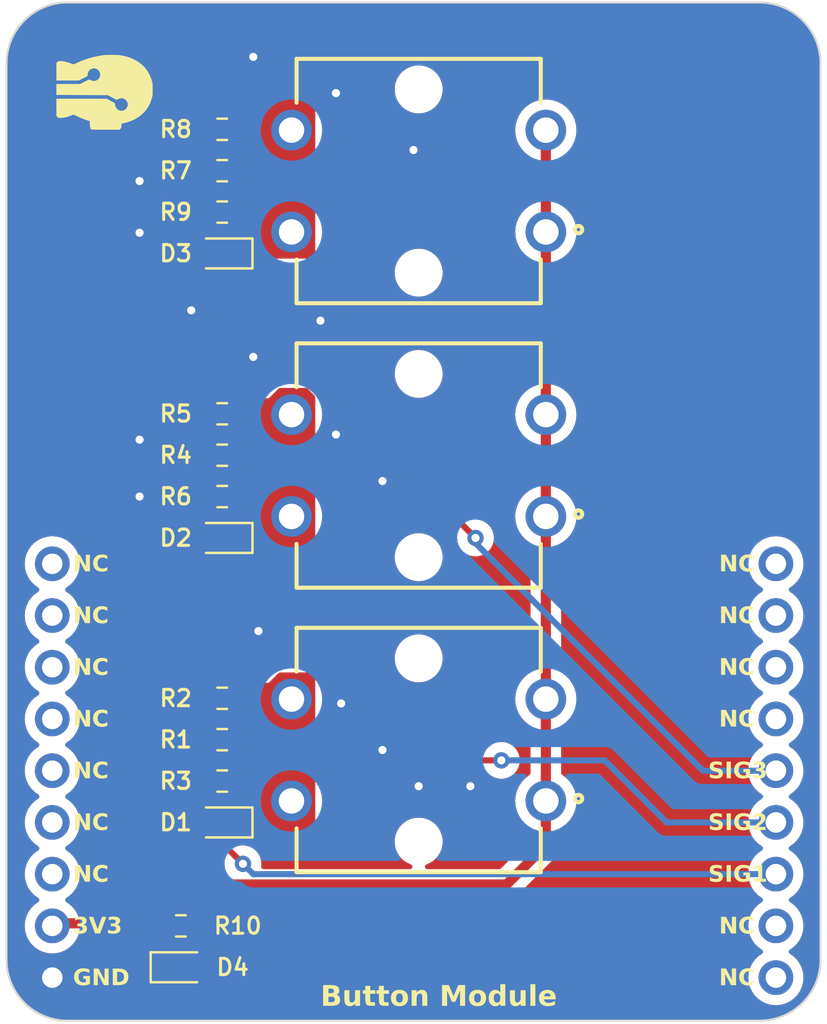
<source format=kicad_pcb>
(kicad_pcb (version 20221018) (generator pcbnew)
  (layers (0 "F.Cu" signal) (31 "B.Cu" signal) (34 "B.Paste" user) (35 "F.Paste" user) (36 "B.SilkS" user "B.Silkscreen") (37 "F.SilkS" user "F.Silkscreen") (38 "B.Mask" user) (39 "F.Mask" user) (44 "Edge.Cuts" user))
  (net 0 "")
  (net 1 "GND")
  (net 2 "Net-(D1-A)")
  (net 3 "Net-(D2-A)")
  (net 4 "Net-(D3-A)")
  (net 5 "Net-(D4-A)")
  (net 6 "Net-(S1-COM_2)")
  (net 7 "SIG1")
  (net 8 "Net-(S2-COM_2)")
  (net 9 "SIG2")
  (net 10 "Net-(S3-COM_2)")
  (net 11 "SIG3")
  (net 12 "+3V3")
  (footprint "LED_SMD:LED_0603_1608Metric" (layer "F.Cu") (at 67.818 88.646 180)
    (fp_text reference "D1" (at 2.286 0) (layer "F.SilkS") (effects (font (size 0.8 0.8) (thickness 0.15) bold)))
    (fp_text value "LED")
    (fp_line (start -1.485 -0.735) (end -1.485 0.735) (stroke (width 0.12)) (layer "F.SilkS"))
    (fp_line (start -1.485 0.735) (end 0.8 0.735) (stroke (width 0.12)) (layer "F.SilkS"))
    (fp_line (start 0.8 -0.735) (end -1.485 -0.735) (stroke (width 0.12)) (layer "F.SilkS"))
    (pad "1" smd roundrect (at -0.7875 0 180) (size 0.875 0.95) (layers "F.Cu" "F.Paste" "F.Mask") (net 1 "GND"))
    (pad "2" smd roundrect (at 0.7875 0 180) (size 0.875 0.95) (layers "F.Cu" "F.Paste" "F.Mask") (net 2 "Net-(D1-A)"))
  )
  (footprint "Resistor_SMD:R_0603_1608Metric" (layer "F.Cu") (at 67.818 58.674 180)
    (fp_text reference "R9" (at 2.286 0) (layer "F.SilkS") (effects (font (size 0.8 0.8) (thickness 0.15) bold)))
    (fp_text value "1k")
    (fp_line (start -0.237258 -0.5225) (end 0.237258 -0.5225) (stroke (width 0.12)) (layer "F.SilkS"))
    (fp_line (start -0.237258 0.5225) (end 0.237258 0.5225) (stroke (width 0.12)) (layer "F.SilkS"))
    (pad "1" smd roundrect (at -0.825 0 180) (size 0.8 0.95) (layers "F.Cu" "F.Paste" "F.Mask") (net 10 "Net-(S3-COM_2)"))
    (pad "2" smd roundrect (at 0.825 0 180) (size 0.8 0.95) (layers "F.Cu" "F.Paste" "F.Mask") (net 11 "SIG3"))
  )
  (footprint "Resistor_SMD:R_0603_1608Metric" (layer "F.Cu") (at 67.818 72.644 180)
    (fp_text reference "R6" (at 2.286 0) (layer "F.SilkS") (effects (font (size 0.8 0.8) (thickness 0.15) bold)))
    (fp_text value "1k")
    (fp_line (start -0.237258 -0.5225) (end 0.237258 -0.5225) (stroke (width 0.12)) (layer "F.SilkS"))
    (fp_line (start -0.237258 0.5225) (end 0.237258 0.5225) (stroke (width 0.12)) (layer "F.SilkS"))
    (pad "1" smd roundrect (at -0.825 0 180) (size 0.8 0.95) (layers "F.Cu" "F.Paste" "F.Mask") (net 8 "Net-(S2-COM_2)"))
    (pad "2" smd roundrect (at 0.825 0 180) (size 0.8 0.95) (layers "F.Cu" "F.Paste" "F.Mask") (net 9 "SIG2"))
  )
  (footprint "meminle:B3F-4055" (layer "F.Cu") (at 77.47 85.09)
    (fp_text reference "S1" hide)
    (fp_text value "B3F-5050" hide)
    (fp_line (start -6 -6) (end -6 -3.849) (stroke (width 0.2)) (layer "F.SilkS"))
    (fp_line (start -6 -6) (end 6 -6) (stroke (width 0.2)) (layer "F.SilkS"))
    (fp_line (start -6 6) (end -6 3.849) (stroke (width 0.2)) (layer "F.SilkS"))
    (fp_line (start 6 -6) (end 6 -3.849) (stroke (width 0.2)) (layer "F.SilkS"))
    (fp_line (start 6 6) (end -6 6) (stroke (width 0.2)) (layer "F.SilkS"))
    (fp_line (start 6 6) (end 6 3.849) (stroke (width 0.2)) (layer "F.SilkS"))
    (fp_circle (center 7.855 2.384) (end 7.855 2.466) (stroke (width 0.2)) (fill none) (layer "F.SilkS"))
    (pad "" np_thru_hole circle (at 0 -4.5) (size 1.85 1.85) (drill 1.85) (layers "*.Cu" "*.Mask"))
    (pad "" np_thru_hole circle (at 0 4.5) (size 1.85 1.85) (drill 1.85) (layers "*.Cu" "*.Mask"))
    (pad "1" thru_hole circle (at 6.25 2.5) (size 2 2) (drill 1.25) (layers "*.Cu" "*.Mask") (net 12 "+3V3"))
    (pad "2" thru_hole circle (at -6.25 2.5) (size 2 2) (drill 1.25) (layers "*.Cu" "*.Mask") (net 6 "Net-(S1-COM_2)"))
    (pad "3" thru_hole circle (at 6.25 -2.5) (size 2 2) (drill 1.25) (layers "*.Cu" "*.Mask") (net 12 "+3V3"))
    (pad "4" thru_hole circle (at -6.25 -2.5) (size 2 2) (drill 1.25) (layers "*.Cu" "*.Mask") (net 6 "Net-(S1-COM_2)"))
  )
  (footprint "LED_SMD:LED_0603_1608Metric" (layer "F.Cu") (at 67.818 60.706 180)
    (fp_text reference "D3" (at 2.286 0) (layer "F.SilkS") (effects (font (size 0.8 0.8) (thickness 0.15) bold)))
    (fp_text value "LED")
    (fp_line (start -1.485 -0.735) (end -1.485 0.735) (stroke (width 0.12)) (layer "F.SilkS"))
    (fp_line (start -1.485 0.735) (end 0.8 0.735) (stroke (width 0.12)) (layer "F.SilkS"))
    (fp_line (start 0.8 -0.735) (end -1.485 -0.735) (stroke (width 0.12)) (layer "F.SilkS"))
    (pad "1" smd roundrect (at -0.7875 0 180) (size 0.875 0.95) (layers "F.Cu" "F.Paste" "F.Mask") (net 1 "GND"))
    (pad "2" smd roundrect (at 0.7875 0 180) (size 0.875 0.95) (layers "F.Cu" "F.Paste" "F.Mask") (net 4 "Net-(D3-A)"))
  )
  (footprint "Resistor_SMD:R_0603_1608Metric" (layer "F.Cu") (at 65.786 93.726)
    (fp_text reference "R10" (at 2.794 0) (layer "F.SilkS") (effects (font (size 0.8 0.8) (thickness 0.15) bold)))
    (fp_text value "470r")
    (fp_line (start -0.237258 -0.5225) (end 0.237258 -0.5225) (stroke (width 0.12)) (layer "F.SilkS"))
    (fp_line (start -0.237258 0.5225) (end 0.237258 0.5225) (stroke (width 0.12)) (layer "F.SilkS"))
    (pad "1" smd roundrect (at -0.825 0) (size 0.8 0.95) (layers "F.Cu" "F.Paste" "F.Mask") (net 12 "+3V3"))
    (pad "2" smd roundrect (at 0.825 0) (size 0.8 0.95) (layers "F.Cu" "F.Paste" "F.Mask") (net 5 "Net-(D4-A)"))
  )
  (footprint "Resistor_SMD:R_0603_1608Metric" (layer "F.Cu") (at 67.818 56.642 180)
    (fp_text reference "R7" (at 2.286 0) (layer "F.SilkS") (effects (font (size 0.8 0.8) (thickness 0.15) bold)))
    (fp_text value "1k")
    (fp_line (start -0.237258 -0.5225) (end 0.237258 -0.5225) (stroke (width 0.12)) (layer "F.SilkS"))
    (fp_line (start -0.237258 0.5225) (end 0.237258 0.5225) (stroke (width 0.12)) (layer "F.SilkS"))
    (pad "1" smd roundrect (at -0.825 0 180) (size 0.8 0.95) (layers "F.Cu" "F.Paste" "F.Mask") (net 10 "Net-(S3-COM_2)"))
    (pad "2" smd roundrect (at 0.825 0 180) (size 0.8 0.95) (layers "F.Cu" "F.Paste" "F.Mask") (net 4 "Net-(D3-A)"))
  )
  (footprint "LED_SMD:LED_0603_1608Metric" (layer "F.Cu") (at 67.818 74.676 180)
    (fp_text reference "D2" (at 2.286 0) (layer "F.SilkS") (effects (font (size 0.8 0.8) (thickness 0.15) bold)))
    (fp_text value "LED")
    (fp_line (start -1.485 -0.735) (end -1.485 0.735) (stroke (width 0.12)) (layer "F.SilkS"))
    (fp_line (start -1.485 0.735) (end 0.8 0.735) (stroke (width 0.12)) (layer "F.SilkS"))
    (fp_line (start 0.8 -0.735) (end -1.485 -0.735) (stroke (width 0.12)) (layer "F.SilkS"))
    (pad "1" smd roundrect (at -0.7875 0 180) (size 0.875 0.95) (layers "F.Cu" "F.Paste" "F.Mask") (net 1 "GND"))
    (pad "2" smd roundrect (at 0.7875 0 180) (size 0.875 0.95) (layers "F.Cu" "F.Paste" "F.Mask") (net 3 "Net-(D2-A)"))
  )
  (footprint "meminle:B3F-4055" (layer "F.Cu") (at 77.47 57.15)
    (fp_text reference "S3" hide)
    (fp_text value "B3F-5050" hide)
    (fp_line (start -6 -6) (end -6 -3.849) (stroke (width 0.2)) (layer "F.SilkS"))
    (fp_line (start -6 -6) (end 6 -6) (stroke (width 0.2)) (layer "F.SilkS"))
    (fp_line (start -6 6) (end -6 3.849) (stroke (width 0.2)) (layer "F.SilkS"))
    (fp_line (start 6 -6) (end 6 -3.849) (stroke (width 0.2)) (layer "F.SilkS"))
    (fp_line (start 6 6) (end -6 6) (stroke (width 0.2)) (layer "F.SilkS"))
    (fp_line (start 6 6) (end 6 3.849) (stroke (width 0.2)) (layer "F.SilkS"))
    (fp_circle (center 7.855 2.384) (end 7.855 2.466) (stroke (width 0.2)) (fill none) (layer "F.SilkS"))
    (pad "" np_thru_hole circle (at 0 -4.5) (size 1.85 1.85) (drill 1.85) (layers "*.Cu" "*.Mask"))
    (pad "" np_thru_hole circle (at 0 4.5) (size 1.85 1.85) (drill 1.85) (layers "*.Cu" "*.Mask"))
    (pad "1" thru_hole circle (at 6.25 2.5) (size 2 2) (drill 1.25) (layers "*.Cu" "*.Mask") (net 12 "+3V3"))
    (pad "2" thru_hole circle (at -6.25 2.5) (size 2 2) (drill 1.25) (layers "*.Cu" "*.Mask") (net 10 "Net-(S3-COM_2)"))
    (pad "3" thru_hole circle (at 6.25 -2.5) (size 2 2) (drill 1.25) (layers "*.Cu" "*.Mask") (net 12 "+3V3"))
    (pad "4" thru_hole circle (at -6.25 -2.5) (size 2 2) (drill 1.25) (layers "*.Cu" "*.Mask") (net 10 "Net-(S3-COM_2)"))
  )
  (footprint "Resistor_SMD:R_0603_1608Metric" (layer "F.Cu") (at 67.818 70.612 180)
    (fp_text reference "R4" (at 2.286 0) (layer "F.SilkS") (effects (font (size 0.8 0.8) (thickness 0.15) bold)))
    (fp_text value "1k")
    (fp_line (start -0.237258 -0.5225) (end 0.237258 -0.5225) (stroke (width 0.12)) (layer "F.SilkS"))
    (fp_line (start -0.237258 0.5225) (end 0.237258 0.5225) (stroke (width 0.12)) (layer "F.SilkS"))
    (pad "1" smd roundrect (at -0.825 0 180) (size 0.8 0.95) (layers "F.Cu" "F.Paste" "F.Mask") (net 8 "Net-(S2-COM_2)"))
    (pad "2" smd roundrect (at 0.825 0 180) (size 0.8 0.95) (layers "F.Cu" "F.Paste" "F.Mask") (net 3 "Net-(D2-A)"))
  )
  (footprint "Resistor_SMD:R_0603_1608Metric" (layer "F.Cu") (at 67.818 54.61 180)
    (fp_text reference "R8" (at 2.286 0) (layer "F.SilkS") (effects (font (size 0.8 0.8) (thickness 0.15) bold)))
    (fp_text value "10k")
    (fp_line (start -0.237258 -0.5225) (end 0.237258 -0.5225) (stroke (width 0.12)) (layer "F.SilkS"))
    (fp_line (start -0.237258 0.5225) (end 0.237258 0.5225) (stroke (width 0.12)) (layer "F.SilkS"))
    (pad "1" smd roundrect (at -0.825 0 180) (size 0.8 0.95) (layers "F.Cu" "F.Paste" "F.Mask") (net 10 "Net-(S3-COM_2)"))
    (pad "2" smd roundrect (at 0.825 0 180) (size 0.8 0.95) (layers "F.Cu" "F.Paste" "F.Mask") (net 1 "GND"))
  )
  (footprint "Resistor_SMD:R_0603_1608Metric" (layer "F.Cu") (at 67.818 86.614 180)
    (fp_text reference "R3" (at 2.286 0) (layer "F.SilkS") (effects (font (size 0.8 0.8) (thickness 0.15) bold)))
    (fp_text value "1k")
    (fp_line (start -0.237258 -0.5225) (end 0.237258 -0.5225) (stroke (width 0.12)) (layer "F.SilkS"))
    (fp_line (start -0.237258 0.5225) (end 0.237258 0.5225) (stroke (width 0.12)) (layer "F.SilkS"))
    (pad "1" smd roundrect (at -0.825 0 180) (size 0.8 0.95) (layers "F.Cu" "F.Paste" "F.Mask") (net 6 "Net-(S1-COM_2)"))
    (pad "2" smd roundrect (at 0.825 0 180) (size 0.8 0.95) (layers "F.Cu" "F.Paste" "F.Mask") (net 7 "SIG1"))
  )
  (footprint "Resistor_SMD:R_0603_1608Metric" (layer "F.Cu") (at 67.818 84.582 180)
    (fp_text reference "R1" (at 2.286 0) (layer "F.SilkS") (effects (font (size 0.8 0.8) (thickness 0.15) bold)))
    (fp_text value "1k")
    (fp_line (start -0.237258 -0.5225) (end 0.237258 -0.5225) (stroke (width 0.12)) (layer "F.SilkS"))
    (fp_line (start -0.237258 0.5225) (end 0.237258 0.5225) (stroke (width 0.12)) (layer "F.SilkS"))
    (pad "1" smd roundrect (at -0.825 0 180) (size 0.8 0.95) (layers "F.Cu" "F.Paste" "F.Mask") (net 6 "Net-(S1-COM_2)"))
    (pad "2" smd roundrect (at 0.825 0 180) (size 0.8 0.95) (layers "F.Cu" "F.Paste" "F.Mask") (net 2 "Net-(D1-A)"))
  )
  (footprint "LED_SMD:LED_0603_1608Metric" (layer "F.Cu") (at 65.786 95.758)
    (fp_text reference "D4" (at 2.54 0) (layer "F.SilkS") (effects (font (size 0.8 0.8) (thickness 0.15) bold)))
    (fp_text value "LED")
    (fp_line (start -1.485 -0.735) (end -1.485 0.735) (stroke (width 0.12)) (layer "F.SilkS"))
    (fp_line (start -1.485 0.735) (end 0.8 0.735) (stroke (width 0.12)) (layer "F.SilkS"))
    (fp_line (start 0.8 -0.735) (end -1.485 -0.735) (stroke (width 0.12)) (layer "F.SilkS"))
    (pad "1" smd roundrect (at -0.7875 0) (size 0.875 0.95) (layers "F.Cu" "F.Paste" "F.Mask") (net 1 "GND"))
    (pad "2" smd roundrect (at 0.7875 0) (size 0.875 0.95) (layers "F.Cu" "F.Paste" "F.Mask") (net 5 "Net-(D4-A)"))
  )
  (footprint "Resistor_SMD:R_0603_1608Metric" (layer "F.Cu") (at 67.818 68.58 180)
    (fp_text reference "R5" (at 2.286 0) (layer "F.SilkS") (effects (font (size 0.8 0.8) (thickness 0.15) bold)))
    (fp_text value "10k")
    (fp_line (start -0.237258 -0.5225) (end 0.237258 -0.5225) (stroke (width 0.12)) (layer "F.SilkS"))
    (fp_line (start -0.237258 0.5225) (end 0.237258 0.5225) (stroke (width 0.12)) (layer "F.SilkS"))
    (pad "1" smd roundrect (at -0.825 0 180) (size 0.8 0.95) (layers "F.Cu" "F.Paste" "F.Mask") (net 8 "Net-(S2-COM_2)"))
    (pad "2" smd roundrect (at 0.825 0 180) (size 0.8 0.95) (layers "F.Cu" "F.Paste" "F.Mask") (net 1 "GND"))
  )
  (footprint "Resistor_SMD:R_0603_1608Metric" (layer "F.Cu") (at 67.818 82.55 180)
    (fp_text reference "R2" (at 2.286 0) (layer "F.SilkS") (effects (font (size 0.8 0.8) (thickness 0.15) bold)))
    (fp_text value "10k")
    (fp_line (start -0.237258 -0.5225) (end 0.237258 -0.5225) (stroke (width 0.12)) (layer "F.SilkS"))
    (fp_line (start -0.237258 0.5225) (end 0.237258 0.5225) (stroke (width 0.12)) (layer "F.SilkS"))
    (pad "1" smd roundrect (at -0.825 0 180) (size 0.8 0.95) (layers "F.Cu" "F.Paste" "F.Mask") (net 6 "Net-(S1-COM_2)"))
    (pad "2" smd roundrect (at 0.825 0 180) (size 0.8 0.95) (layers "F.Cu" "F.Paste" "F.Mask") (net 1 "GND"))
  )
  (footprint "Moduler_:pin_header_5-3" (layer "F.Cu") (at 77.47 93.554398)
    (fp_text reference "U1" hide)
    (fp_text value "~")
    (fp_text user "NC" (at -16.989366 -12.020398 unlocked) (layer "F.SilkS") (effects (font (size 0.8 0.8) (thickness 0.2) bold) (justify left bottom)))
    (fp_text user "NC" (at -16.989366 -17.100398 unlocked) (layer "F.SilkS") (effects (font (size 0.8 0.8) (thickness 0.2) bold) (justify left bottom)))
    (fp_text user "NC" (at 14.760634 -14.560398 unlocked) (layer "F.SilkS") (effects (font (size 0.8 0.8) (thickness 0.2) bold) (justify left bottom)))
    (fp_text user "NC" (at 14.760634 -17.100398 unlocked) (layer "F.SilkS") (effects (font (size 0.8 0.8) (thickness 0.2) bold) (justify left bottom)))
    (fp_text user "NC" (at 14.760634 -12.020398 unlocked) (layer "F.SilkS") (effects (font (size 0.8 0.8) (thickness 0.2) bold) (justify left bottom)))
    (fp_text user "NC" (at 14.760634 -14.560398 unlocked) (layer "F.SilkS") (effects (font (size 0.8 0.8) (thickness 0.2) bold) (justify left bottom)))
    (fp_text user "NC" (at 14.760634 -9.480398 unlocked) (layer "F.SilkS") (effects (font (size 0.8 0.8) (thickness 0.2) bold) (justify left bottom)))
    (fp_text user "NC" (at -16.989366 -9.480398 unlocked) (layer "F.SilkS") (effects (font (size 0.8 0.8) (thickness 0.2) bold) (justify left bottom)))
    (fp_text user "NC" (at -16.989366 -1.860398 unlocked) (layer "F.SilkS") (effects (font (size 0.8 0.8) (thickness 0.2) bold) (justify left bottom)))
    (fp_text user "3V3" (at -16.989366 0.679602 unlocked) (layer "F.SilkS") (effects (font (size 0.8 0.8) (thickness 0.2) bold) (justify left bottom)))
    (fp_text user "NC" (at 14.760634 -9.480398 unlocked) (layer "F.SilkS") (effects (font (size 0.8 0.8) (thickness 0.2) bold) (justify left bottom)))
    (fp_text user "GND" (at -16.989366 3.219602 unlocked) (layer "F.SilkS") (effects (font (size 0.8 0.8) (thickness 0.2) bold) (justify left bottom)))
    (fp_text user "NC" (at -16.989366 -4.400398 unlocked) (layer "F.SilkS") (effects (font (size 0.8 0.8) (thickness 0.2) bold) (justify left bottom)))
    (fp_text user "NC" (at 14.760634 3.219602 unlocked) (layer "F.SilkS") (effects (font (size 0.8 0.8) (thickness 0.2) bold) (justify left bottom)))
    (fp_text user "NC" (at -16.989366 -1.860398 unlocked) (layer "F.SilkS") (effects (font (size 0.8 0.8) (thickness 0.2) bold) (justify left bottom)))
    (fp_text user "NC" (at -16.989366 -14.560398 unlocked) (layer "F.SilkS") (effects (font (size 0.8 0.8) (thickness 0.2) bold) (justify left bottom)))
    (fp_text user "SIG1" (at 14.224 -1.860398 unlocked) (layer "F.SilkS") (effects (font (size 0.8 0.8) (thickness 0.2) bold) (justify left bottom)))
    (fp_text user "NC" (at 14.760634 0.679602 unlocked) (layer "F.SilkS") (effects (font (size 0.8 0.8) (thickness 0.2) bold) (justify left bottom)))
    (fp_text user "Button Module" (at -4.826 4.2672 unlocked) (layer "F.SilkS") (effects (font (thickness 0.2) bold) (justify left bottom)))
    (fp_text user "NC" (at -16.989366 -12.020398 unlocked) (layer "F.SilkS") (effects (font (size 0.8 0.8) (thickness 0.2) bold) (justify left bottom)))
    (fp_text user "NC" (at -16.989366 -6.940398 unlocked) (layer "F.SilkS") (effects (font (size 0.8 0.8) (thickness 0.2) bold) (justify left bottom)))
    (fp_text user "NC" (at -16.989366 -9.480398 unlocked) (layer "F.SilkS") (effects (font (size 0.8 0.8) (thickness 0.2) bold) (justify left bottom)))
    (fp_text user "NC" (at 14.760634 3.219602 unlocked) (layer "F.SilkS") (effects (font (size 0.8 0.8) (thickness 0.2) bold) (justify left bottom)))
    (fp_text user "SIG3" (at 14.224 -6.940398 unlocked) (layer "F.SilkS") (effects (font (size 0.8 0.8) (thickness 0.2) bold) (justify left bottom)))
    (fp_text user "NC" (at 14.760634 0.679602 unlocked) (layer "F.SilkS") (effects (font (size 0.8 0.8) (thickness 0.2) bold) (justify left bottom)))
    (fp_text user "NC" (at 14.760634 -17.100398 unlocked) (layer "F.SilkS") (effects (font (size 0.8 0.8) (thickness 0.2) bold) (justify left bottom)))
    (fp_text user "NC" (at 14.760634 -12.020398 unlocked) (layer "F.SilkS") (effects (font (size 0.8 0.8) (thickness 0.2) bold) (justify left bottom)))
    (fp_text user "NC" (at -16.989366 -14.560398 unlocked) (layer "F.SilkS") (effects (font (size 0.8 0.8) (thickness 0.2) bold) (justify left bottom)))
    (fp_text user "SIG2" (at 14.224 -4.400398 unlocked) (layer "F.SilkS") (effects (font (size 0.8 0.8) (thickness 0.2) bold) (justify left bottom)))
    (fp_poly (pts (xy -14.964948 -42.59564) (xy -14.839939 -42.591376) (xy -14.728002 -42.584611) (xy -14.636368 -42.575406) (xy -14.59729 -42.569334) (xy -14.408835 -42.52818) (xy -14.238897 -42.477164) (xy -14.074935 -42.412205) (xy -13.98497 -42.370142) (xy -13.781375 -42.254722) (xy -13.602687 -42.120028) (xy -13.448484 -41.965546) (xy -13.318344 -41.790762) (xy -13.211846 -41.595162) (xy -13.128566 -41.378231) (xy -13.105087 -41.298135) (xy -13.092325 -41.245951) (xy -13.083212 -41.193595) (xy -13.077172 -41.13421) (xy -13.07363 -41.060937) (xy -13.072011 -40.966919) (xy -13.071726 -40.900285) (xy -13.072037 -40.79517) (xy -13.073745 -40.714291) (xy -13.077539 -40.6503) (xy -13.084105 -40.59585) (xy -13.094132 -40.543593) (xy -13.108308 -40.48618) (xy -13.111653 -40.473611) (xy -13.18508 -40.258174) (xy -13.284729 -40.059603) (xy -13.409513 -39.878884) (xy -13.558344 -39.717001) (xy -13.730134 -39.574939) (xy -13.923797 -39.453684) (xy -14.138244 -39.35422) (xy -14.372388 -39.277532) (xy -14.454901 -39.257137) (xy -14.608913 -39.222012) (xy -14.608913 -39.12007) (xy -14.610453 -39.061996) (xy -14.617385 -39.02434) (xy -14.633173 -38.995987) (xy -14.655086 -38.971955) (xy -14.701259 -38.925782) (xy -15.377754 -38.926263) (xy -15.57292 -38.92681) (xy -15.736554 -38.928153) (xy -15.868702 -38.930293) (xy -15.969413 -38.933232) (xy -16.038737 -38.93697) (xy -16.07672 -38.941508) (xy -16.083372 -38.943672) (xy -16.119071 -38.981352) (xy -16.142907 -39.046447) (xy -16.15511 -39.139775) (xy -16.156948 -39.205654) (xy -16.156973 -39.344377) (xy -16.356689 -39.411973) (xy -16.452979 -39.44688) (xy -16.56306 -39.490427) (xy -16.67264 -39.536785) (xy -16.758486 -39.57584) (xy -16.960568 -39.672111) (xy -17.104424 -39.613868) (xy -17.29363 -39.549611) (xy -17.475023 -39.513704) (xy -17.59158 -39.505114) (xy -17.651934 -39.504424) (xy -17.690315 -39.507859) (xy -17.716315 -39.518312) (xy -17.739529 -39.538676) (xy -17.753489 -39.553923) (xy -17.799709 -39.60551) (xy -17.799709 -40.023855) (xy -17.799709 -40.4422) (xy -16.566292 -40.4422) (xy -15.332876 -40.4422) (xy -15.123167 -40.33152) (xy -15.042206 -40.288362) (xy -14.985432 -40.256559) (xy -14.948859 -40.233177) (xy -14.9285 -40.215282) (xy -14.920369 -40.199939) (xy -14.920477 -40.184212) (xy -14.920779 -40.182551) (xy -14.919126 -40.129426) (xy -14.900602 -40.064598) (xy -14.869766 -39.999573) (xy -14.831176 -39.945859) (xy -14.824128 -39.938636) (xy -14.775593 -39.902465) (xy -14.71601 -39.872035) (xy -14.694165 -39.864218) (xy -14.600411 -39.850325) (xy -14.512748 -39.86381) (xy -14.434875 -39.900584) (xy -14.370492 -39.956557) (xy -14.323298 -40.027642) (xy -14.296993 -40.109749) (xy -14.295277 -40.198789) (xy -14.31744 -40.280583) (xy -14.368073 -40.364942) (xy -14.437136 -40.426145) (xy -14.519955 -40.462586) (xy -14.61186 -40.472658) (xy -14.708177 -40.454756) (xy -14.760418 -40.432872) (xy -14.841296 -40.391952) (xy -15.06077 -40.507903) (xy -15.280244 -40.623855) (xy -16.539976 -40.628169) (xy -17.799709 -40.632484) (xy -17.799709 -40.900651) (xy -17.799709 -41.168817) (xy -17.215474 -41.168817) (xy -16.631239 -41.168817) (xy -16.403006 -41.287441) (xy -16.304994 -41.336959) (xy -16.232201 -41.37056) (xy -16.18516 -41.388016) (xy -16.16441 -41.389102) (xy -16.163899 -41.38847) (xy -16.143735 -41.371612) (xy -16.105779 -41.34989) (xy -16.087841 -41.341276) (xy -15.99671 -41.315146) (xy -15.908046 -41.317018) (xy -15.826016 -41.343347) (xy -15.754786 -41.390587) (xy -15.698523 -41.455196) (xy -15.661394 -41.533626) (xy -15.647566 -41.622335) (xy -15.658165 -41.7068) (xy -15.695455 -41.793465) (xy -15.754566 -41.862785) (xy -15.829798 -41.911862) (xy -15.915453 -41.937799) (xy -16.005831 -41.937697) (xy -16.074285 -41.918374) (xy -16.15913 -41.868236) (xy -16.219566 -41.79851) (xy -16.25621 -41.708317) (xy -16.266904 -41.645331) (xy -16.275393 -41.561086) (xy -16.487611 -41.45183) (xy -16.699829 -41.342573) (xy -17.249769 -41.342573) (xy -17.799709 -41.342573) (xy -17.799709 -41.770281) (xy -17.799709 -42.197989) (xy -17.753536 -42.244162) (xy -17.726807 -42.268265) (xy -17.70041 -42.282091) (xy -17.664518 -42.288428) (xy -17.609302 -42.29006) (xy -17.591627 -42.29006) (xy -17.4445 -42.27942) (xy -17.293194 -42.247123) (xy -17.130273 -42.191561) (xy -17.12262 -42.188517) (xy -17.059513 -42.164138) (xy -17.006102 -42.145103) (xy -16.970061 -42.13407) (xy -16.960518 -42.132374) (xy -16.938698 -42.139035) (xy -16.894805 -42.157225) (xy -16.834976 -42.184255) (xy -16.765349 -42.217438) (xy -16.757128 -42.221459) (xy -16.533364 -42.319237) (xy -16.283016 -42.406562) (xy -16.009661 -42.482394) (xy -15.71687 -42.545696) (xy -15.53298 -42.577288) (xy -15.451078 -42.586453) (xy -15.346093 -42.592809) (xy -15.225256 -42.596418) (xy -15.095797 -42.597341)) (fill solid) (layer "F.SilkS"))
    (fp_poly (pts (xy -14.964948 -42.59564) (xy -14.839939 -42.591376) (xy -14.728002 -42.584611) (xy -14.636368 -42.575406) (xy -14.59729 -42.569334) (xy -14.408835 -42.52818) (xy -14.238897 -42.477164) (xy -14.074935 -42.412205) (xy -13.98497 -42.370142) (xy -13.781375 -42.254722) (xy -13.602687 -42.120028) (xy -13.448484 -41.965546) (xy -13.318344 -41.790762) (xy -13.211846 -41.595162) (xy -13.128566 -41.378231) (xy -13.105087 -41.298135) (xy -13.092325 -41.245951) (xy -13.083212 -41.193595) (xy -13.077172 -41.13421) (xy -13.07363 -41.060937) (xy -13.072011 -40.966919) (xy -13.071726 -40.900285) (xy -13.072037 -40.79517) (xy -13.073745 -40.714291) (xy -13.077539 -40.6503) (xy -13.084105 -40.59585) (xy -13.094132 -40.543593) (xy -13.108308 -40.48618) (xy -13.111653 -40.473611) (xy -13.18508 -40.258174) (xy -13.284729 -40.059603) (xy -13.409513 -39.878884) (xy -13.558344 -39.717001) (xy -13.730134 -39.574939) (xy -13.923797 -39.453684) (xy -14.138244 -39.35422) (xy -14.372388 -39.277532) (xy -14.454901 -39.257137) (xy -14.608913 -39.222012) (xy -14.608913 -39.12007) (xy -14.610453 -39.061996) (xy -14.617385 -39.02434) (xy -14.633173 -38.995987) (xy -14.655086 -38.971955) (xy -14.701259 -38.925782) (xy -15.377754 -38.926263) (xy -15.57292 -38.92681) (xy -15.736554 -38.928153) (xy -15.868702 -38.930293) (xy -15.969413 -38.933232) (xy -16.038737 -38.93697) (xy -16.07672 -38.941508) (xy -16.083372 -38.943672) (xy -16.119071 -38.981352) (xy -16.142907 -39.046447) (xy -16.15511 -39.139775) (xy -16.156948 -39.205654) (xy -16.156973 -39.344377) (xy -16.356689 -39.411973) (xy -16.452979 -39.44688) (xy -16.56306 -39.490427) (xy -16.67264 -39.536785) (xy -16.758486 -39.57584) (xy -16.960568 -39.672111) (xy -17.104424 -39.613868) (xy -17.29363 -39.549611) (xy -17.475023 -39.513704) (xy -17.59158 -39.505114) (xy -17.651934 -39.504424) (xy -17.690315 -39.507859) (xy -17.716315 -39.518312) (xy -17.739529 -39.538676) (xy -17.753489 -39.553923) (xy -17.799709 -39.60551) (xy -17.799709 -40.023855) (xy -17.799709 -40.4422) (xy -16.566292 -40.4422) (xy -15.332876 -40.4422) (xy -15.123167 -40.33152) (xy -15.042206 -40.288362) (xy -14.985432 -40.256559) (xy -14.948859 -40.233177) (xy -14.9285 -40.215282) (xy -14.920369 -40.199939) (xy -14.920477 -40.184212) (xy -14.920779 -40.182551) (xy -14.919126 -40.129426) (xy -14.900602 -40.064598) (xy -14.869766 -39.999573) (xy -14.831176 -39.945859) (xy -14.824128 -39.938636) (xy -14.775593 -39.902465) (xy -14.71601 -39.872035) (xy -14.694165 -39.864218) (xy -14.600411 -39.850325) (xy -14.512748 -39.86381) (xy -14.434875 -39.900584) (xy -14.370492 -39.956557) (xy -14.323298 -40.027642) (xy -14.296993 -40.109749) (xy -14.295277 -40.198789) (xy -14.31744 -40.280583) (xy -14.368073 -40.364942) (xy -14.437136 -40.426145) (xy -14.519955 -40.462586) (xy -14.61186 -40.472658) (xy -14.708177 -40.454756) (xy -14.760418 -40.432872) (xy -14.841296 -40.391952) (xy -15.06077 -40.507903) (xy -15.280244 -40.623855) (xy -16.539976 -40.628169) (xy -17.799709 -40.632484) (xy -17.799709 -40.900651) (xy -17.799709 -41.168817) (xy -17.215474 -41.168817) (xy -16.631239 -41.168817) (xy -16.403006 -41.287441) (xy -16.304994 -41.336959) (xy -16.232201 -41.37056) (xy -16.18516 -41.388016) (xy -16.16441 -41.389102) (xy -16.163899 -41.38847) (xy -16.143735 -41.371612) (xy -16.105779 -41.34989) (xy -16.087841 -41.341276) (xy -15.99671 -41.315146) (xy -15.908046 -41.317018) (xy -15.826016 -41.343347) (xy -15.754786 -41.390587) (xy -15.698523 -41.455196) (xy -15.661394 -41.533626) (xy -15.647566 -41.622335) (xy -15.658165 -41.7068) (xy -15.695455 -41.793465) (xy -15.754566 -41.862785) (xy -15.829798 -41.911862) (xy -15.915453 -41.937799) (xy -16.005831 -41.937697) (xy -16.074285 -41.918374) (xy -16.15913 -41.868236) (xy -16.219566 -41.79851) (xy -16.25621 -41.708317) (xy -16.266904 -41.645331) (xy -16.275393 -41.561086) (xy -16.487611 -41.45183) (xy -16.699829 -41.342573) (xy -17.249769 -41.342573) (xy -17.799709 -41.342573) (xy -17.799709 -41.770281) (xy -17.799709 -42.197989) (xy -17.753536 -42.244162) (xy -17.726807 -42.268265) (xy -17.70041 -42.282091) (xy -17.664518 -42.288428) (xy -17.609302 -42.29006) (xy -17.591627 -42.29006) (xy -17.4445 -42.27942) (xy -17.293194 -42.247123) (xy -17.130273 -42.191561) (xy -17.12262 -42.188517) (xy -17.059513 -42.164138) (xy -17.006102 -42.145103) (xy -16.970061 -42.13407) (xy -16.960518 -42.132374) (xy -16.938698 -42.139035) (xy -16.894805 -42.157225) (xy -16.834976 -42.184255) (xy -16.765349 -42.217438) (xy -16.757128 -42.221459) (xy -16.533364 -42.319237) (xy -16.283016 -42.406562) (xy -16.009661 -42.482394) (xy -15.71687 -42.545696) (xy -15.53298 -42.577288) (xy -15.451078 -42.586453) (xy -15.346093 -42.592809) (xy -15.225256 -42.596418) (xy -15.095797 -42.597341)) (fill solid) (layer "F.SilkS"))
    (fp_poly (pts (xy 16.900627 -45.167331) (xy 17.052893 -45.155752) (xy 17.202945 -45.136684) (xy 17.350595 -45.110314) (xy 17.495655 -45.076832) (xy 17.637935 -45.036427) (xy 17.777248 -44.989285) (xy 17.913406 -44.935597) (xy 18.046219 -44.875549) (xy 18.175499 -44.809331) (xy 18.301059 -44.737131) (xy 18.422709 -44.659137) (xy 18.540262 -44.575539) (xy 18.653528 -44.486523) (xy 18.76232 -44.392279) (xy 18.866449 -44.292995) (xy 18.965726 -44.188859) (xy 19.059964 -44.08006) (xy 19.148974 -43.966786) (xy 19.232568 -43.849226) (xy 19.310556 -43.727568) (xy 19.382751 -43.602) (xy 19.448965 -43.472711) (xy 19.509009 -43.339889) (xy 19.562694 -43.203722) (xy 19.609832 -43.0644) (xy 19.650235 -42.92211) (xy 19.683715 -42.777041) (xy 19.710083 -42.629381) (xy 19.72915 -42.479318) (xy 19.740728 -42.327042) (xy 19.74463 -42.172739) (xy 19.74463 1.827506) (xy 19.740728 1.981809) (xy 19.72915 2.134085) (xy 19.710083 2.284148) (xy 19.683715 2.431808) (xy 19.650235 2.576877) (xy 19.609832 2.719168) (xy 19.562694 2.85849) (xy 19.509009 2.994656) (xy 19.448965 3.127478) (xy 19.382751 3.256767) (xy 19.310556 3.382335) (xy 19.232568 3.503994) (xy 19.148974 3.621554) (xy 19.059964 3.734828) (xy 18.965726 3.843627) (xy 18.866449 3.947762) (xy 18.76232 4.047046) (xy 18.653528 4.14129) (xy 18.540262 4.230306) (xy 18.422709 4.313905) (xy 18.301059 4.391898) (xy 18.175499 4.464098) (xy 18.046219 4.530316) (xy 17.913406 4.590363) (xy 17.777248 4.644052) (xy 17.637935 4.691193) (xy 17.495655 4.731599) (xy 17.350595 4.765081) (xy 17.202945 4.79145) (xy 17.052893 4.810519) (xy 16.900627 4.822098) (xy 16.746335 4.826) (xy -17.254335 4.826) (xy -17.408626 4.822098) (xy -17.560893 4.810519) (xy -17.710945 4.79145) (xy -17.858596 4.765081) (xy -18.003655 4.731599) (xy -18.145936 4.691193) (xy -18.285249 4.644052) (xy -18.421406 4.590363) (xy -18.55422 4.530316) (xy -18.6835 4.464098) (xy -18.80906 4.391898) (xy -18.93071 4.313905) (xy -19.048262 4.230306) (xy -19.161529 4.14129) (xy -19.270321 4.047046) (xy -19.374449 3.947762) (xy -19.473727 3.843627) (xy -19.567965 3.734828) (xy -19.656975 3.621554) (xy -19.740568 3.503994) (xy -19.818556 3.382335) (xy -19.890752 3.256767) (xy -19.956965 3.127478) (xy -20.017009 2.994656) (xy -20.070694 2.85849) (xy -20.117832 2.719168) (xy -20.158235 2.576877) (xy -20.191715 2.431808) (xy -20.218083 2.284148) (xy -20.23715 2.134085) (xy -20.248728 1.981809) (xy -20.25263 1.827506) (xy -20.25263 -42.172739) (xy -20.248728 -42.327042) (xy -20.23715 -42.479318) (xy -20.218083 -42.629381) (xy -20.191715 -42.777041) (xy -20.158235 -42.92211) (xy -20.117832 -43.0644) (xy -20.070694 -43.203722) (xy -20.017009 -43.339889) (xy -19.956965 -43.472711) (xy -19.890752 -43.602) (xy -19.818556 -43.727568) (xy -19.740568 -43.849226) (xy -19.656975 -43.966786) (xy -19.567965 -44.08006) (xy -19.473727 -44.188859) (xy -19.374449 -44.292995) (xy -19.270321 -44.392279) (xy -19.161529 -44.486523) (xy -19.048262 -44.575539) (xy -18.93071 -44.659137) (xy -18.80906 -44.737131) (xy -18.6835 -44.809331) (xy -18.55422 -44.875549) (xy -18.421406 -44.935597) (xy -18.285249 -44.989285) (xy -18.145936 -45.036427) (xy -18.003655 -45.076832) (xy -17.858596 -45.110314) (xy -17.710945 -45.136684) (xy -17.560893 -45.155752) (xy -17.408626 -45.167331) (xy -17.254335 -45.171233) (xy 16.746335 -45.171233)) (stroke (width 0.1)) (fill none) (layer "Edge.Cuts"))
    (pad "1" thru_hole oval (at -18.005366 -17.608398) (size 1.7 1.7) (drill 1) (layers "*.Cu" "*.Mask"))
    (pad "1" thru_hole oval (at -18.005366 -17.608398) (size 1.7 1.7) (drill 1) (layers "*.Cu" "*.Mask"))
    (pad "2" thru_hole oval (at -18.005366 -15.068398) (size 1.7 1.7) (drill 1) (layers "*.Cu" "*.Mask"))
    (pad "2" thru_hole oval (at -18.005366 -15.068398) (size 1.7 1.7) (drill 1) (layers "*.Cu" "*.Mask"))
    (pad "3" thru_hole oval (at -18.005366 -12.528398) (size 1.7 1.7) (drill 1) (layers "*.Cu" "*.Mask"))
    (pad "3" thru_hole oval (at -18.005366 -12.528398) (size 1.7 1.7) (drill 1) (layers "*.Cu" "*.Mask"))
    (pad "4" thru_hole oval (at -18.005366 -9.988398) (size 1.7 1.7) (drill 1) (layers "*.Cu" "*.Mask"))
    (pad "4" thru_hole oval (at -18.005366 -9.988398) (size 1.7 1.7) (drill 1) (layers "*.Cu" "*.Mask"))
    (pad "5" thru_hole oval (at -18.005366 -7.448398) (size 1.7 1.7) (drill 1) (layers "*.Cu" "*.Mask"))
    (pad "5" thru_hole oval (at -18.005366 -7.448398) (size 1.7 1.7) (drill 1) (layers "*.Cu" "*.Mask"))
    (pad "6" thru_hole oval (at -18.005366 -4.908398) (size 1.7 1.7) (drill 1) (layers "*.Cu" "*.Mask"))
    (pad "6" thru_hole oval (at -18.005366 -4.908398) (size 1.7 1.7) (drill 1) (layers "*.Cu" "*.Mask"))
    (pad "7" thru_hole oval (at -18.005366 -2.368398) (size 1.7 1.7) (drill 1) (layers "*.Cu" "*.Mask"))
    (pad "7" thru_hole oval (at -18.005366 -2.368398) (size 1.7 1.7) (drill 1) (layers "*.Cu" "*.Mask"))
    (pad "8" thru_hole oval (at -18.005366 0.171602) (size 1.7 1.7) (drill 1) (layers "*.Cu" "*.Mask") (net 12 "+3V3"))
    (pad "8" thru_hole oval (at -18.005366 0.171602) (size 1.7 1.7) (drill 1) (layers "*.Cu" "*.Mask") (net 12 "+3V3"))
    (pad "9" thru_hole oval (at -18.005366 2.711602) (size 1.7 1.7) (drill 1) (layers "*.Cu" "*.Mask") (net 1 "GND"))
    (pad "9" thru_hole oval (at -18.005366 2.711602) (size 1.7 1.7) (drill 1) (layers "*.Cu" "*.Mask") (net 1 "GND"))
    (pad "10" thru_hole oval (at 17.554634 2.711602) (size 1.7 1.7) (drill 1) (layers "*.Cu" "*.Mask"))
    (pad "10" thru_hole oval (at 17.554634 2.711602) (size 1.7 1.7) (drill 1) (layers "*.Cu" "*.Mask"))
    (pad "11" thru_hole oval (at 17.554634 0.171602) (size 1.7 1.7) (drill 1) (layers "*.Cu" "*.Mask"))
    (pad "11" thru_hole oval (at 17.554634 0.171602) (size 1.7 1.7) (drill 1) (layers "*.Cu" "*.Mask"))
    (pad "12" thru_hole oval (at 17.554634 -2.368398) (size 1.7 1.7) (drill 1) (layers "*.Cu" "*.Mask") (net 7 "SIG1"))
    (pad "12" thru_hole oval (at 17.554634 -2.368398) (size 1.7 1.7) (drill 1) (layers "*.Cu" "*.Mask") (net 7 "SIG1"))
    (pad "13" thru_hole oval (at 17.554634 -4.908398) (size 1.7 1.7) (drill 1) (layers "*.Cu" "*.Mask") (net 9 "SIG2"))
    (pad "13" thru_hole oval (at 17.554634 -4.908398) (size 1.7 1.7) (drill 1) (layers "*.Cu" "*.Mask") (net 9 "SIG2"))
    (pad "14" thru_hole oval (at 17.554634 -7.448398) (size 1.7 1.7) (drill 1) (layers "*.Cu" "*.Mask") (net 11 "SIG3"))
    (pad "14" thru_hole oval (at 17.554634 -7.448398) (size 1.7 1.7) (drill 1) (layers "*.Cu" "*.Mask") (net 11 "SIG3"))
    (pad "15" thru_hole oval (at 17.554634 -9.988398) (size 1.7 1.7) (drill 1) (layers "*.Cu" "*.Mask"))
    (pad "15" thru_hole oval (at 17.554634 -9.988398) (size 1.7 1.7) (drill 1) (layers "*.Cu" "*.Mask"))
    (pad "16" thru_hole oval (at 17.554634 -12.528398) (size 1.7 1.7) (drill 1) (layers "*.Cu" "*.Mask"))
    (pad "16" thru_hole oval (at 17.554634 -12.528398) (size 1.7 1.7) (drill 1) (layers "*.Cu" "*.Mask"))
    (pad "17" thru_hole oval (at 17.554634 -15.068398) (size 1.7 1.7) (drill 1) (layers "*.Cu" "*.Mask"))
    (pad "17" thru_hole oval (at 17.554634 -15.068398) (size 1.7 1.7) (drill 1) (layers "*.Cu" "*.Mask"))
    (pad "18" thru_hole oval (at 17.554634 -17.608398) (size 1.7 1.7) (drill 1) (layers "*.Cu" "*.Mask"))
    (pad "18" thru_hole oval (at 17.554634 -17.608398) (size 1.7 1.7) (drill 1) (layers "*.Cu" "*.Mask"))
  )
  (footprint "meminle:B3F-4055" (layer "F.Cu") (at 77.47 71.12)
    (fp_text reference "S2" hide)
    (fp_text value "B3F-5050" hide)
    (fp_line (start -6 -6) (end -6 -3.849) (stroke (width 0.2)) (layer "F.SilkS"))
    (fp_line (start -6 -6) (end 6 -6) (stroke (width 0.2)) (layer "F.SilkS"))
    (fp_line (start -6 6) (end -6 3.849) (stroke (width 0.2)) (layer "F.SilkS"))
    (fp_line (start 6 -6) (end 6 -3.849) (stroke (width 0.2)) (layer "F.SilkS"))
    (fp_line (start 6 6) (end -6 6) (stroke (width 0.2)) (layer "F.SilkS"))
    (fp_line (start 6 6) (end 6 3.849) (stroke (width 0.2)) (layer "F.SilkS"))
    (fp_circle (center 7.855 2.384) (end 7.855 2.466) (stroke (width 0.2)) (fill none) (layer "F.SilkS"))
    (pad "" np_thru_hole circle (at 0 -4.5) (size 1.85 1.85) (drill 1.85) (layers "*.Cu" "*.Mask"))
    (pad "" np_thru_hole circle (at 0 4.5) (size 1.85 1.85) (drill 1.85) (layers "*.Cu" "*.Mask"))
    (pad "1" thru_hole circle (at 6.25 2.5) (size 2 2) (drill 1.25) (layers "*.Cu" "*.Mask") (net 12 "+3V3"))
    (pad "2" thru_hole circle (at -6.25 2.5) (size 2 2) (drill 1.25) (layers "*.Cu" "*.Mask") (net 8 "Net-(S2-COM_2)"))
    (pad "3" thru_hole circle (at 6.25 -2.5) (size 2 2) (drill 1.25) (layers "*.Cu" "*.Mask") (net 12 "+3V3"))
    (pad "4" thru_hole circle (at -6.25 -2.5) (size 2 2) (drill 1.25) (layers "*.Cu" "*.Mask") (net 8 "Net-(S2-COM_2)"))
  )
  (via (at 69.596 79.248) (size 0.8) (drill 0.4) (layers "F.Cu" "B.Cu") (net 1))
  (via (at 63.754 57.15) (size 0.8) (drill 0.4) (layers "F.Cu" "B.Cu") (net 1))
  (via (at 77.216 55.626) (size 0.8) (drill 0.4) (layers "F.Cu" "B.Cu") (net 1))
  (via (at 63.754 72.644) (size 0.8) (drill 0.4) (layers "F.Cu" "B.Cu") (net 1))
  (via (at 69.342 51.054) (size 0.8) (drill 0.4) (layers "F.Cu" "B.Cu") (net 1))
  (via (at 73.406 52.832) (size 0.8) (drill 0.4) (layers "F.Cu" "B.Cu") (net 1))
  (via (at 69.342 65.786) (size 0.8) (drill 0.4) (layers "F.Cu" "B.Cu") (net 1))
  (via (at 75.692 85.09) (size 0.8) (drill 0.4) (layers "F.Cu" "B.Cu") (net 1))
  (via (at 80.01 86.868) (size 0.8) (drill 0.4) (layers "F.Cu" "B.Cu") (net 1))
  (via (at 73.406 69.596) (size 0.8) (drill 0.4) (layers "F.Cu" "B.Cu") (net 1))
  (via (at 73.66 82.804) (size 0.8) (drill 0.4) (layers "F.Cu" "B.Cu") (net 1))
  (via (at 63.754 59.69) (size 0.8) (drill 0.4) (layers "F.Cu" "B.Cu") (net 1))
  (via (at 66.294 63.5) (size 0.8) (drill 0.4) (layers "F.Cu" "B.Cu") (net 1))
  (via (at 72.644 64.008) (size 0.8) (drill 0.4) (layers "F.Cu" "B.Cu") (net 1))
  (via (at 63.754 69.85) (size 0.8) (drill 0.4) (layers "F.Cu" "B.Cu") (net 1))
  (via (at 75.692 71.882) (size 0.8) (drill 0.4) (layers "F.Cu" "B.Cu") (net 1))
  (via (at 77.47 86.868) (size 0.8) (drill 0.4) (layers "F.Cu" "B.Cu") (net 1))
  (segment (start 66.993 84.582) (end 66.294 84.582) (width 0.3) (layer "F.Cu") (net 2))
  (segment (start 66.294 88.646) (end 65.786 88.138) (width 0.3) (layer "F.Cu") (net 2))
  (segment (start 66.294 84.582) (end 65.786 85.09) (width 0.3) (layer "F.Cu") (net 2))
  (segment (start 67.0305 88.646) (end 66.294 88.646) (width 0.3) (layer "F.Cu") (net 2))
  (segment (start 65.786 88.138) (end 65.786 85.09) (width 0.3) (layer "F.Cu") (net 2))
  (segment (start 66.993 70.612) (end 66.04 70.612) (width 0.3) (layer "F.Cu") (net 3))
  (segment (start 66.04 70.612) (end 65.532 71.12) (width 0.3) (layer "F.Cu") (net 3))
  (segment (start 66.04 74.676) (end 67.0305 74.676) (width 0.3) (layer "F.Cu") (net 3))
  (segment (start 65.532 74.168) (end 66.04 74.676) (width 0.3) (layer "F.Cu") (net 3))
  (segment (start 65.532 71.12) (end 65.532 74.168) (width 0.3) (layer "F.Cu") (net 3))
  (segment (start 65.786 57.15) (end 65.786 60.198) (width 0.3) (layer "F.Cu") (net 4))
  (segment (start 66.294 60.706) (end 67.0305 60.706) (width 0.3) (layer "F.Cu") (net 4))
  (segment (start 66.993 56.642) (end 66.294 56.642) (width 0.3) (layer "F.Cu") (net 4))
  (segment (start 65.786 60.198) (end 66.294 60.706) (width 0.3) (layer "F.Cu") (net 4))
  (segment (start 66.294 56.642) (end 65.786 57.15) (width 0.3) (layer "F.Cu") (net 4))
  (segment (start 66.611 93.726) (end 66.611 95.7205) (width 0.5) (layer "F.Cu") (net 5))
  (segment (start 66.611 95.7205) (end 66.5735 95.758) (width 0.5) (layer "F.Cu") (net 5))
  (segment (start 70.244 86.614) (end 71.22 87.59) (width 0.3) (layer "F.Cu") (net 6))
  (segment (start 68.643 86.614) (end 70.244 86.614) (width 0.3) (layer "F.Cu") (net 6))
  (segment (start 68.643 82.4832) (end 68.643 86.5472) (width 0.3) (layer "F.Cu") (net 6))
  (segment (start 68.7902 82.336) (end 68.643 82.4832) (width 0.3) (layer "F.Cu") (net 6))
  (segment (start 71.22 82.336) (end 68.7902 82.336) (width 0.3) (layer "F.Cu") (net 6))
  (segment (start 67.818 87.439) (end 67.818 89.662) (width 0.3) (layer "F.Cu") (net 7))
  (segment (start 66.993 86.614) (end 67.818 87.439) (width 0.3) (layer "F.Cu") (net 7))
  (segment (start 67.818 89.662) (end 68.834 90.678) (width 0.3) (layer "F.Cu") (net 7))
  (via (at 68.834 90.678) (size 0.8) (drill 0.4) (layers "F.Cu" "B.Cu") (net 7))
  (segment (start 69.342 91.186) (end 95.024634 91.186) (width 0.3) (layer "B.Cu") (net 7))
  (segment (start 68.834 90.678) (end 69.342 91.186) (width 0.3) (layer "B.Cu") (net 7))
  (segment (start 68.643 68.58) (end 68.643 72.644) (width 0.3) (layer "F.Cu") (net 8))
  (segment (start 68.643 72.644) (end 70.244 72.644) (width 0.3) (layer "F.Cu") (net 8))
  (segment (start 68.7418 68.62) (end 68.643 68.5212) (width 0.3) (layer "F.Cu") (net 8))
  (segment (start 71.22 68.62) (end 68.7418 68.62) (width 0.3) (layer "F.Cu") (net 8))
  (segment (start 70.244 72.644) (end 71.22 73.62) (width 0.3) (layer "F.Cu") (net 8))
  (segment (start 66.993 72.644) (end 67.818 73.469) (width 0.3) (layer "F.Cu") (net 9))
  (segment (start 78.248166 85.598) (end 81.534 85.598) (width 0.3) (layer "F.Cu") (net 9))
  (segment (start 67.818 73.469) (end 67.818 75.167834) (width 0.3) (layer "F.Cu") (net 9))
  (segment (start 67.818 75.167834) (end 78.248166 85.598) (width 0.3) (layer "F.Cu") (net 9))
  (via (at 81.534 85.598) (size 0.8) (drill 0.4) (layers "F.Cu" "B.Cu") (net 9))
  (segment (start 81.534 85.598) (end 86.614 85.598) (width 0.3) (layer "B.Cu") (net 9))
  (segment (start 89.662 88.646) (end 95.024634 88.646) (width 0.3) (layer "B.Cu") (net 9))
  (segment (start 86.614 85.598) (end 89.662 88.646) (width 0.3) (layer "B.Cu") (net 9))
  (segment (start 71.18 54.61) (end 68.643 54.61) (width 0.3) (layer "F.Cu") (net 10))
  (segment (start 71.22 54.65) (end 71.18 54.61) (width 0.3) (layer "F.Cu") (net 10))
  (segment (start 68.643 58.674) (end 70.244 58.674) (width 0.3) (layer "F.Cu") (net 10))
  (segment (start 68.643 54.61) (end 68.643 58.674) (width 0.3) (layer "F.Cu") (net 10))
  (segment (start 70.244 58.674) (end 71.22 59.65) (width 0.3) (layer "F.Cu") (net 10))
  (segment (start 67.818 62.23) (end 67.818 59.499) (width 0.3) (layer "F.Cu") (net 11))
  (segment (start 80.264 74.676) (end 67.818 62.23) (width 0.3) (layer "F.Cu") (net 11))
  (segment (start 67.818 59.499) (end 66.993 58.674) (width 0.3) (layer "F.Cu") (net 11))
  (via (at 80.264 74.676) (size 0.8) (drill 0.4) (layers "F.Cu" "B.Cu") (net 11))
  (segment (start 80.264 74.676) (end 80.264 74.93) (width 0.3) (layer "B.Cu") (net 11))
  (segment (start 91.44 86.106) (end 95.024634 86.106) (width 0.3) (layer "B.Cu") (net 11))
  (segment (start 80.264 74.93) (end 91.44 86.106) (width 0.3) (layer "B.Cu") (net 11))
  (segment (start 81.788 91.694) (end 83.72 89.762) (width 0.5) (layer "F.Cu") (net 12))
  (segment (start 64.835635 93.600635) (end 64.961 93.726) (width 0.5) (layer "F.Cu") (net 12))
  (segment (start 65.786 91.694) (end 81.788 91.694) (width 0.5) (layer "F.Cu") (net 12))
  (segment (start 64.961 92.519) (end 65.786 91.694) (width 0.5) (layer "F.Cu") (net 12))
  (segment (start 83.72 89.762) (end 83.72 54.65) (width 0.5) (layer "F.Cu") (net 12))
  (segment (start 64.961 93.726) (end 64.961 92.519) (width 0.5) (layer "F.Cu") (net 12))
  (segment (start 59.616864 93.600635) (end 64.835635 93.600635) (width 0.5) (layer "F.Cu") (net 12))
  (zone (net 10) (net_name "Net-(S3-COM_2)") (layer "F.Cu") (priority 1) (connect_pads yes (clearance 0.5)) (min_thickness 0.25) (fill yes (thermal_gap 0.5) (thermal_bridge_width 0.5))
    (polygon (pts (xy 68.072 53.594) (xy 70.104 53.594) (xy 70.612 53.086) (xy 72.39 53.086) (xy 72.39 60.96) (xy 69.85 60.96) (xy 68.072 59.182)))
  )
  (zone (net 8) (net_name "Net-(S2-COM_2)") (layer "F.Cu") (priority 1) (connect_pads yes (clearance 0.5)) (min_thickness 0.25) (fill yes (thermal_gap 0.5) (thermal_bridge_width 0.5))
    (polygon (pts (xy 68.072 67.818) (xy 70.104 67.818) (xy 70.612 67.31) (xy 72.39 67.31) (xy 72.39 75.184) (xy 69.85 75.184) (xy 68.072 73.406)))
  )
  (zone (net 6) (net_name "Net-(S1-COM_2)") (layer "F.Cu") (priority 1) (connect_pads yes (clearance 0.5)) (min_thickness 0.25) (fill yes (thermal_gap 0.5) (thermal_bridge_width 0.5))
    (polygon (pts (xy 68.072 81.788) (xy 70.104 81.788) (xy 70.612 81.28) (xy 72.39 81.28) (xy 72.39 89.154) (xy 69.85 89.154) (xy 68.072 87.376)))
  )
  (zone (net 1) (net_name "GND") (layers "F&B.Cu") (connect_pads yes (clearance 0.5)) (min_thickness 0.25) (fill yes (thermal_gap 0.5) (thermal_bridge_width 0.5))
    (polygon (pts (xy 56.896 48.26) (xy 97.536 48.26) (xy 97.536 98.552) (xy 56.896 98.552)))
  )
)
</source>
